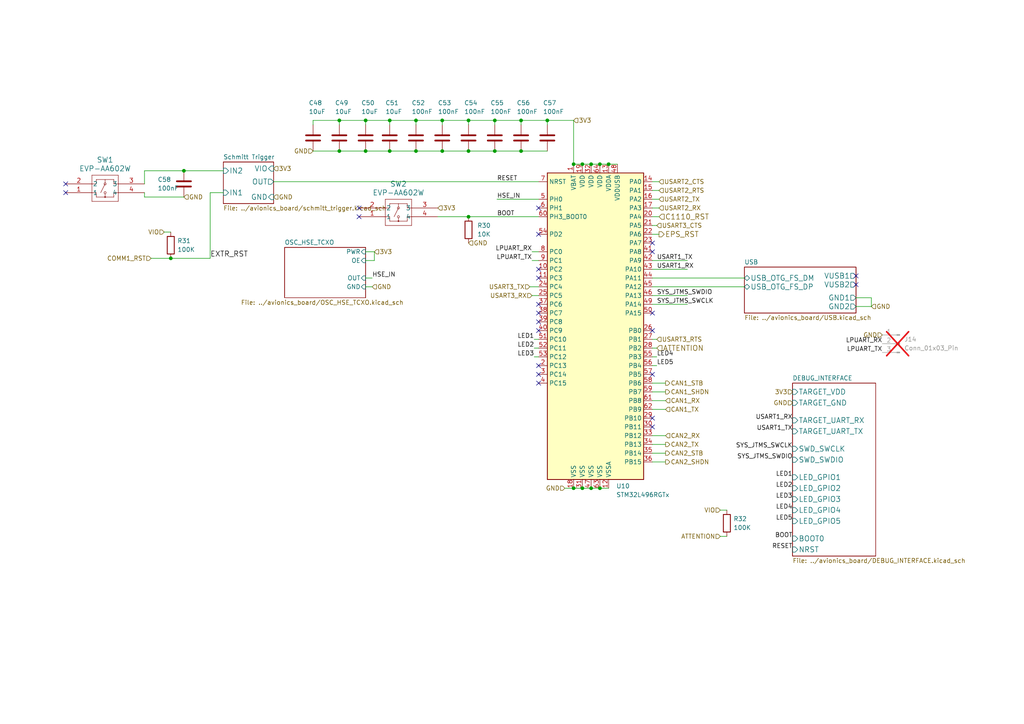
<source format=kicad_sch>
(kicad_sch (version 20231120) (generator "eeschema") (generator_version "8.0")
  (paper "A4")
  (lib_symbols
    (symbol "Common:EVP-AA602W" (pin_names (offset 0.254))
      (property "Reference" "SW" (at 11.43 7.62 0))
      (property "Value" "EVP-AA602W" (at 10.16 5.08 0))
      (symbol "EVP-AA602W_0_1"
        (polyline (pts (xy 7.62 -5.08) (xy 15.24 -5.08)) (stroke (width 0.127)))
        (polyline (pts (xy 7.62 -2.54) (xy 8.89 -2.54)) (stroke (width 0.127)))
        (polyline (pts (xy 7.62 0) (xy 8.89 0)) (stroke (width 0.127)))
        (polyline (pts (xy 7.62 2.54) (xy 7.62 -5.08)) (stroke (width 0.127)))
        (polyline (pts (xy 8.89 -3.81) (xy 13.97 -3.81)) (stroke (width 0.127)))
        (polyline (pts (xy 8.89 -2.54) (xy 8.89 -3.81)) (stroke (width 0.127)))
        (polyline (pts (xy 8.89 1.27) (xy 8.89 0)) (stroke (width 0.127)))
        (polyline (pts (xy 11.43 -3.81) (xy 11.43 -2.8575)) (stroke (width 0.127)))
        (polyline (pts (xy 11.43 -2.54) (xy 10.16 0)) (stroke (width 0.127)))
        (polyline (pts (xy 11.43 0.3175) (xy 11.43 1.27)) (stroke (width 0.127)))
        (polyline (pts (xy 13.97 -3.81) (xy 13.97 -2.54)) (stroke (width 0.127)))
        (polyline (pts (xy 13.97 -2.54) (xy 15.24 -2.54)) (stroke (width 0.127)))
        (polyline (pts (xy 13.97 0) (xy 13.97 1.27)) (stroke (width 0.127)))
        (polyline (pts (xy 13.97 0) (xy 15.24 0)) (stroke (width 0.127)))
        (polyline (pts (xy 13.97 1.27) (xy 8.89 1.27)) (stroke (width 0.127)))
        (polyline (pts (xy 15.24 -5.08) (xy 15.24 2.54)) (stroke (width 0.127)))
        (polyline (pts (xy 15.24 2.54) (xy 7.62 2.54)) (stroke (width 0.127)))
        (circle (center 11.43 -2.54) (radius 0.3048) (stroke (width 0.127)))
        (circle (center 11.43 0) (radius 0.3048) (stroke (width 0.127)))
        (circle (center 11.43 1.27) (radius 0.127) (stroke (width 0.2032)))
      )
      (symbol "EVP-AA602W_1_1"
        (pin passive line (at 0 0 0) (length 7.62) (name "1") (number "1"))
        (pin passive line (at 0 -2.54 0) (length 7.62) (name "2") (number "2"))
        (pin passive line (at 22.86 -2.54 180) (length 7.62) (name "3") (number "3"))
        (pin passive line (at 22.86 0 180) (length 7.62) (name "4") (number "4"))
      )
    )
    (symbol "Common:STM32L496RGTx"
      (property "Reference" "U" (at -12.7 46.99 0))
      (property "Value" "STM32L496RGTx" (at 10.16 46.99 0))
      (symbol "STM32L496RGTx_0_1"
        (rectangle (start -12.7 45.72) (end 15.24 -43.18) (stroke (width 0.254)) (fill (type background)))
      )
      (symbol "STM32L496RGTx_1_1"
        (pin power_in line (at -5.08 48.26 270) (length 2.54) (name "VBAT") (number "1"))
        (pin bidirectional line (at -15.24 17.78 0) (length 2.54) (name "PC2") (number "10"))
        (pin bidirectional line (at -15.24 15.24 0) (length 2.54) (name "PC3") (number "11"))
        (pin power_in line (at 5.08 -45.72 90) (length 2.54) (name "VSSA") (number "12"))
        (pin power_in line (at 5.08 48.26 270) (length 2.54) (name "VDDA") (number "13"))
        (pin bidirectional line (at 17.78 43.18 180) (length 2.54) (name "PA0") (number "14"))
        (pin bidirectional line (at 17.78 40.64 180) (length 2.54) (name "PA1") (number "15"))
        (pin bidirectional line (at 17.78 38.1 180) (length 2.54) (name "PA2") (number "16"))
        (pin bidirectional line (at 17.78 35.56 180) (length 2.54) (name "PA3") (number "17"))
        (pin power_in line (at -5.08 -45.72 90) (length 2.54) (name "VSS") (number "18"))
        (pin power_in line (at -2.54 48.26 270) (length 2.54) (name "VDD") (number "19"))
        (pin bidirectional line (at -15.24 -10.16 0) (length 2.54) (name "PC13") (number "2"))
        (pin bidirectional line (at 17.78 33.02 180) (length 2.54) (name "PA4") (number "20"))
        (pin bidirectional line (at 17.78 30.48 180) (length 2.54) (name "PA5") (number "21"))
        (pin bidirectional line (at 17.78 27.94 180) (length 2.54) (name "PA6") (number "22"))
        (pin bidirectional line (at 17.78 25.4 180) (length 2.54) (name "PA7") (number "23"))
        (pin bidirectional line (at -15.24 12.7 0) (length 2.54) (name "PC4") (number "24"))
        (pin bidirectional line (at -15.24 10.16 0) (length 2.54) (name "PC5") (number "25"))
        (pin bidirectional line (at 17.78 0 180) (length 2.54) (name "PB0") (number "26"))
        (pin bidirectional line (at 17.78 -2.54 180) (length 2.54) (name "PB1") (number "27"))
        (pin bidirectional line (at 17.78 -5.08 180) (length 2.54) (name "PB2") (number "28"))
        (pin bidirectional line (at 17.78 -25.4 180) (length 2.54) (name "PB10") (number "29"))
        (pin bidirectional line (at -15.24 -12.7 0) (length 2.54) (name "PC14") (number "3"))
        (pin bidirectional line (at 17.78 -27.94 180) (length 2.54) (name "PB11") (number "30"))
        (pin power_in line (at -2.54 -45.72 90) (length 2.54) (name "VSS") (number "31"))
        (pin passive line (at 0 -45.72 90) (length 2.54) hide (name "VSS") (number "31"))
        (pin power_in line (at 0 48.26 270) (length 2.54) (name "VDD") (number "32"))
        (pin bidirectional line (at 17.78 -30.48 180) (length 2.54) (name "PB12") (number "33"))
        (pin bidirectional line (at 17.78 -33.02 180) (length 2.54) (name "PB13") (number "34"))
        (pin bidirectional line (at 17.78 -35.56 180) (length 2.54) (name "PB14") (number "35"))
        (pin bidirectional line (at 17.78 -38.1 180) (length 2.54) (name "PB15") (number "36"))
        (pin bidirectional line (at -15.24 7.62 0) (length 2.54) (name "PC6") (number "37"))
        (pin bidirectional line (at -15.24 5.08 0) (length 2.54) (name "PC7") (number "38"))
        (pin bidirectional line (at -15.24 2.54 0) (length 2.54) (name "PC8") (number "39"))
        (pin bidirectional line (at -15.24 -15.24 0) (length 2.54) (name "PC15") (number "4"))
        (pin bidirectional line (at -15.24 0 0) (length 2.54) (name "PC9") (number "40"))
        (pin bidirectional line (at 17.78 22.86 180) (length 2.54) (name "PA8") (number "41"))
        (pin bidirectional line (at 17.78 20.32 180) (length 2.54) (name "PA9") (number "42"))
        (pin bidirectional line (at 17.78 17.78 180) (length 2.54) (name "PA10") (number "43"))
        (pin bidirectional line (at 17.78 15.24 180) (length 2.54) (name "PA11") (number "44"))
        (pin bidirectional line (at 17.78 12.7 180) (length 2.54) (name "PA12") (number "45"))
        (pin bidirectional line (at 17.78 10.16 180) (length 2.54) (name "PA13") (number "46"))
        (pin passive line (at 0 -45.72 90) (length 2.54) hide (name "VSS") (number "47"))
        (pin power_in line (at 0 -45.72 90) (length 2.54) (name "VSS") (number "47"))
        (pin power_in line (at 7.62 48.26 270) (length 2.54) (name "VDDUSB") (number "48"))
        (pin bidirectional line (at 17.78 7.62 180) (length 2.54) (name "PA14") (number "49"))
        (pin bidirectional line (at -15.24 38.1 0) (length 2.54) (name "PH0") (number "5"))
        (pin bidirectional line (at 17.78 5.08 180) (length 2.54) (name "PA15") (number "50"))
        (pin bidirectional line (at -15.24 -2.54 0) (length 2.54) (name "PC10") (number "51"))
        (pin bidirectional line (at -15.24 -5.08 0) (length 2.54) (name "PC11") (number "52"))
        (pin bidirectional line (at -15.24 -7.62 0) (length 2.54) (name "PC12") (number "53"))
        (pin bidirectional line (at -15.24 27.94 0) (length 2.54) (name "PD2") (number "54"))
        (pin bidirectional line (at 17.78 -7.62 180) (length 2.54) (name "PB3") (number "55"))
        (pin bidirectional line (at 17.78 -10.16 180) (length 2.54) (name "PB4") (number "56"))
        (pin bidirectional line (at 17.78 -12.7 180) (length 2.54) (name "PB5") (number "57"))
        (pin bidirectional line (at 17.78 -15.24 180) (length 2.54) (name "PB6") (number "58"))
        (pin bidirectional line (at 17.78 -17.78 180) (length 2.54) (name "PB7") (number "59"))
        (pin bidirectional line (at -15.24 35.56 0) (length 2.54) (name "PH1") (number "6"))
        (pin bidirectional line (at -15.24 33.02 0) (length 2.54) (name "PH3_BOOT0") (number "60"))
        (pin bidirectional line (at 17.78 -20.32 180) (length 2.54) (name "PB8") (number "61"))
        (pin bidirectional line (at 17.78 -22.86 180) (length 2.54) (name "PB9") (number "62"))
        (pin passive line (at 0 -45.72 90) (length 2.54) hide (name "VSS") (number "63"))
        (pin power_in line (at 2.54 -45.72 90) (length 2.54) (name "VSS") (number "63"))
        (pin power_in line (at 2.54 48.26 270) (length 2.54) (name "VDD") (number "64"))
        (pin input line (at -15.24 43.18 0) (length 2.54) (name "NRST") (number "7"))
        (pin bidirectional line (at -15.24 22.86 0) (length 2.54) (name "PC0") (number "8"))
        (pin bidirectional line (at -15.24 20.32 0) (length 2.54) (name "PC1") (number "9"))
      )
    )
    (symbol "Connector:Conn_01x03_Pin" (pin_names (offset 1.016) hide)
      (property "Reference" "J" (at 0 5.08 0))
      (property "Value" "Conn_01x03_Pin" (at 0 -5.08 0))
      (symbol "Conn_01x03_Pin_1_1"
        (polyline (pts (xy 1.27 -2.54) (xy 0.8636 -2.54)) (stroke (width 0.1524)))
        (polyline (pts (xy 1.27 0) (xy 0.8636 0)) (stroke (width 0.1524)))
        (polyline (pts (xy 1.27 2.54) (xy 0.8636 2.54)) (stroke (width 0.1524)))
        (rectangle (start 0.8636 -2.413) (end 0 -2.667) (stroke (width 0.1524)) (fill (type outline)))
        (rectangle (start 0.8636 0.127) (end 0 -0.127) (stroke (width 0.1524)) (fill (type outline)))
        (rectangle (start 0.8636 2.667) (end 0 2.413) (stroke (width 0.1524)) (fill (type outline)))
        (pin passive line (at 5.08 2.54 180) (length 3.81) (name "Pin_1") (number "1"))
        (pin passive line (at 5.08 0 180) (length 3.81) (name "Pin_2") (number "2"))
        (pin passive line (at 5.08 -2.54 180) (length 3.81) (name "Pin_3") (number "3"))
      )
    )
    (symbol "Device:C" (pin_numbers hide) (pin_names (offset 0.254))
      (property "Reference" "C" (at 0.635 2.54 0))
      (property "Value" "C" (at 0.635 -2.54 0))
      (symbol "C_0_1"
        (polyline (pts (xy -2.032 -0.762) (xy 2.032 -0.762)) (stroke (width 0.508)))
        (polyline (pts (xy -2.032 0.762) (xy 2.032 0.762)) (stroke (width 0.508)))
      )
      (symbol "C_1_1"
        (pin passive line (at 0 3.81 270) (length 2.794) (name "~") (number "1"))
        (pin passive line (at 0 -3.81 90) (length 2.794) (name "~") (number "2"))
      )
    )
    (symbol "Device:R" (pin_numbers hide) (pin_names (offset 0))
      (property "Reference" "R" (at 2.032 0 90))
      (property "Value" "R" (at 0 0 90))
      (symbol "R_0_1"
        (rectangle (start -1.016 -2.54) (end 1.016 2.54) (stroke (width 0.254)))
      )
      (symbol "R_1_1"
        (pin passive line (at 0 3.81 270) (length 1.27) (name "~") (number "1"))
        (pin passive line (at 0 -3.81 90) (length 1.27) (name "~") (number "2"))
      )
    )
  )
  (junction (at 128.27 34.925))
  (junction (at 135.89 43.815))
  (junction (at 106.045 34.925))
  (junction (at 53.34 49.53))
  (junction (at 173.99 141.605))
  (junction (at 98.425 34.925))
  (junction (at 158.75 34.925))
  (junction (at 98.425 43.815))
  (junction (at 113.03 43.815))
  (junction (at 171.45 141.605))
  (junction (at 166.37 141.605))
  (junction (at 176.53 47.625))
  (junction (at 168.91 141.605))
  (junction (at 151.13 43.815))
  (junction (at 128.27 43.815))
  (junction (at 151.13 34.925))
  (junction (at 171.45 47.625))
  (junction (at 120.65 34.925))
  (junction (at 166.37 47.625))
  (junction (at 143.51 43.815))
  (junction (at 168.91 47.625))
  (junction (at 113.03 34.925))
  (junction (at 135.89 62.865))
  (junction (at 120.65 43.815))
  (junction (at 135.89 34.925))
  (junction (at 106.045 43.815))
  (junction (at 143.51 34.925))
  (junction (at 49.53 74.93))
  (junction (at 173.99 47.625))
  (no_connect (at 19.05 55.88))
  (no_connect (at 156.21 93.345))
  (no_connect (at 156.21 67.945))
  (no_connect (at 156.21 78.105))
  (no_connect (at 189.23 121.285))
  (no_connect (at 156.21 95.885))
  (no_connect (at 156.21 88.265))
  (no_connect (at 189.23 70.485))
  (no_connect (at 104.14 60.325))
  (no_connect (at 104.14 62.865))
  (no_connect (at 156.21 80.645))
  (no_connect (at 156.21 60.325))
  (no_connect (at 156.21 106.045))
  (no_connect (at 248.285 82.55))
  (no_connect (at 19.05 53.34))
  (no_connect (at 248.285 80.01))
  (no_connect (at 189.23 123.825))
  (no_connect (at 189.23 90.805))
  (no_connect (at 156.21 90.805))
  (no_connect (at 189.23 108.585))
  (no_connect (at 156.21 108.585))
  (no_connect (at 156.21 111.125))
  (no_connect (at 189.23 73.025))
  (no_connect (at 189.23 95.885))
  (wire (pts (xy 113.03 34.925) (xy 106.045 34.925)))
  (wire (pts (xy 163.83 141.605) (xy 166.37 141.605)))
  (wire (pts (xy 248.285 86.36) (xy 252.73 86.36)))
  (wire (pts (xy 135.89 34.925) (xy 143.51 34.925)))
  (wire (pts (xy 98.425 34.925) (xy 90.805 34.925)))
  (wire (pts (xy 41.91 55.88) (xy 41.91 57.15)))
  (wire (pts (xy 193.04 116.205) (xy 189.23 116.205)))
  (wire (pts (xy 190.5 106.045) (xy 189.23 106.045)))
  (wire (pts (xy 49.53 74.93) (xy 60.96 74.93)))
  (wire (pts (xy 154.305 75.565) (xy 156.21 75.565)))
  (wire (pts (xy 154.94 98.425) (xy 156.21 98.425)))
  (wire (pts (xy 120.65 43.815) (xy 128.27 43.815)))
  (wire (pts (xy 107.95 80.645) (xy 106.045 80.645)))
  (wire (pts (xy 190.5 100.965) (xy 189.23 100.965)))
  (wire (pts (xy 189.23 57.785) (xy 191.135 57.785)))
  (wire (pts (xy 252.73 86.36) (xy 252.73 88.9)))
  (wire (pts (xy 120.65 34.925) (xy 120.65 36.195)))
  (wire (pts (xy 135.89 34.925) (xy 135.89 36.195)))
  (wire (pts (xy 189.23 78.105) (xy 199.39 78.105)))
  (wire (pts (xy 106.045 73.025) (xy 108.585 73.025)))
  (wire (pts (xy 151.13 34.925) (xy 158.75 34.925)))
  (wire (pts (xy 113.03 36.195) (xy 113.03 34.925)))
  (wire (pts (xy 135.89 43.815) (xy 143.51 43.815)))
  (wire (pts (xy 106.045 43.815) (xy 113.03 43.815)))
  (wire (pts (xy 60.96 55.88) (xy 60.96 74.93)))
  (wire (pts (xy 60.96 55.88) (xy 64.77 55.88)))
  (wire (pts (xy 107.95 83.185) (xy 106.045 83.185)))
  (wire (pts (xy 98.425 34.925) (xy 98.425 36.195)))
  (wire (pts (xy 193.04 111.125) (xy 189.23 111.125)))
  (wire (pts (xy 154.94 100.965) (xy 156.21 100.965)))
  (wire (pts (xy 128.27 43.815) (xy 135.89 43.815)))
  (wire (pts (xy 43.815 74.93) (xy 49.53 74.93)))
  (wire (pts (xy 252.73 88.9) (xy 248.285 88.9)))
  (wire (pts (xy 191.135 67.945) (xy 189.23 67.945)))
  (wire (pts (xy 143.51 34.925) (xy 143.51 36.195)))
  (wire (pts (xy 128.27 34.925) (xy 135.89 34.925)))
  (wire (pts (xy 158.75 34.925) (xy 166.37 34.925)))
  (wire (pts (xy 193.04 131.445) (xy 189.23 131.445)))
  (wire (pts (xy 176.53 47.625) (xy 179.07 47.625)))
  (wire (pts (xy 189.23 83.185) (xy 215.9 83.185)))
  (wire (pts (xy 171.45 47.625) (xy 173.99 47.625)))
  (wire (pts (xy 151.13 43.815) (xy 158.75 43.815)))
  (wire (pts (xy 144.145 57.785) (xy 156.21 57.785)))
  (wire (pts (xy 79.375 52.705) (xy 156.21 52.705)))
  (wire (pts (xy 154.305 73.025) (xy 156.21 73.025)))
  (wire (pts (xy 154.305 85.725) (xy 156.21 85.725)))
  (wire (pts (xy 143.51 34.925) (xy 151.13 34.925)))
  (wire (pts (xy 193.04 126.365) (xy 189.23 126.365)))
  (wire (pts (xy 193.04 118.745) (xy 189.23 118.745)))
  (wire (pts (xy 190.5 103.505) (xy 189.23 103.505)))
  (wire (pts (xy 120.65 34.925) (xy 128.27 34.925)))
  (wire (pts (xy 189.23 85.725) (xy 199.39 85.725)))
  (wire (pts (xy 41.91 49.53) (xy 41.91 53.34)))
  (wire (pts (xy 154.94 103.505) (xy 156.21 103.505)))
  (wire (pts (xy 158.75 36.195) (xy 158.75 34.925)))
  (wire (pts (xy 166.37 47.625) (xy 168.91 47.625)))
  (wire (pts (xy 189.23 88.265) (xy 199.39 88.265)))
  (wire (pts (xy 189.23 75.565) (xy 199.39 75.565)))
  (wire (pts (xy 47.625 67.31) (xy 49.53 67.31)))
  (wire (pts (xy 193.04 128.905) (xy 189.23 128.905)))
  (wire (pts (xy 168.91 47.625) (xy 171.45 47.625)))
  (wire (pts (xy 189.23 52.705) (xy 191.135 52.705)))
  (wire (pts (xy 108.585 73.025) (xy 108.585 75.565)))
  (wire (pts (xy 113.03 43.815) (xy 120.65 43.815)))
  (wire (pts (xy 208.915 155.575) (xy 210.82 155.575)))
  (wire (pts (xy 208.915 147.955) (xy 210.82 147.955)))
  (wire (pts (xy 190.5 98.425) (xy 189.23 98.425)))
  (wire (pts (xy 189.23 55.245) (xy 191.135 55.245)))
  (wire (pts (xy 189.23 80.645) (xy 215.9 80.645)))
  (wire (pts (xy 190.5 65.405) (xy 189.23 65.405)))
  (wire (pts (xy 193.04 113.665) (xy 189.23 113.665)))
  (wire (pts (xy 90.805 34.925) (xy 90.805 36.195)))
  (wire (pts (xy 128.27 34.925) (xy 128.27 36.195)))
  (wire (pts (xy 41.91 49.53) (xy 53.34 49.53)))
  (wire (pts (xy 166.37 141.605) (xy 168.91 141.605)))
  (wire (pts (xy 143.51 43.815) (xy 151.13 43.815)))
  (wire (pts (xy 53.34 49.53) (xy 64.77 49.53)))
  (wire (pts (xy 171.45 141.605) (xy 173.99 141.605)))
  (wire (pts (xy 113.03 34.925) (xy 120.65 34.925)))
  (wire (pts (xy 173.99 141.605) (xy 176.53 141.605)))
  (wire (pts (xy 153.67 83.185) (xy 156.21 83.185)))
  (wire (pts (xy 191.135 62.865) (xy 189.23 62.865)))
  (wire (pts (xy 41.91 57.15) (xy 53.34 57.15)))
  (wire (pts (xy 168.91 141.605) (xy 171.45 141.605)))
  (wire (pts (xy 151.13 34.925) (xy 151.13 36.195)))
  (wire (pts (xy 90.805 43.815) (xy 98.425 43.815)))
  (wire (pts (xy 127 62.865) (xy 135.89 62.865)))
  (wire (pts (xy 108.585 75.565) (xy 106.045 75.565)))
  (wire (pts (xy 193.04 133.985) (xy 189.23 133.985)))
  (wire (pts (xy 135.89 62.865) (xy 156.21 62.865)))
  (wire (pts (xy 189.23 60.325) (xy 191.135 60.325)))
  (wire (pts (xy 106.045 34.925) (xy 98.425 34.925)))
  (wire (pts (xy 98.425 43.815) (xy 106.045 43.815)))
  (wire (pts (xy 106.045 34.925) (xy 106.045 36.195)))
  (wire (pts (xy 173.99 47.625) (xy 176.53 47.625)))
  (wire (pts (xy 166.37 34.925) (xy 166.37 47.625)))
  (label "USART1_TX" (at 190.5 75.565 0))
  (label "BOOT" (at 144.145 62.865 0))
  (label "HSE_IN" (at 107.95 80.645 0))
  (label "RESET" (at 144.145 52.705 0))
  (label "SYS_JTMS_SWCLK" (at 229.87 130.175 180))
  (label "LED1" (at 229.87 138.43 180))
  (label "LED1" (at 154.94 98.425 180))
  (label "SYS_JTMS_SWDIO" (at 190.5 85.725 0))
  (label "LED2" (at 154.94 100.965 180))
  (label "USART1_RX" (at 229.87 121.92 180))
  (label "LPUART_TX" (at 154.305 75.565 180))
  (label "LPUART_RX" (at 154.305 73.025 180))
  (label "LED5" (at 229.87 151.13 180))
  (label "SYS_JTMS_SWCLK" (at 190.5 88.265 0))
  (label "LED4" (at 229.87 147.955 180))
  (label "LED3" (at 229.87 144.78 180))
  (label "LED3" (at 154.94 103.505 180))
  (label "LPUART_RX" (at 255.905 99.695 180))
  (label "LED2" (at 229.87 141.605 180))
  (label "USART1_TX" (at 229.87 125.095 180))
  (label "USART1_RX" (at 190.5 78.105 0))
  (label "SYS_JTMS_SWDIO" (at 229.87 133.35 180))
  (label "LED4" (at 190.5 103.505 0))
  (label "BOOT" (at 229.87 156.21 180))
  (label "RESET" (at 229.87 159.385 180))
  (label "EXTR_RST" (at 60.96 74.93 0) (effects (font (size 1.524 1.524))))
  (label "LED5" (at 190.5 106.045 0))
  (label "LPUART_TX" (at 255.905 102.235 180))
  (label "HSE_IN" (at 144.145 57.785 0))
  (hierarchical_label "3V3" (shape input) (at 166.37 34.925 0))
  (hierarchical_label "EPS_RST" (shape output) (at 191.135 67.945 0) (effects (font (size 1.524 1.524))))
  (hierarchical_label "CAN2_RX" (shape input) (at 193.04 126.365 0))
  (hierarchical_label "CAN1_RX" (shape input) (at 193.04 116.205 0))
  (hierarchical_label "USART2_CTS" (shape input) (at 191.135 52.705 0))
  (hierarchical_label "VIO" (shape input) (at 208.915 147.955 180))
  (hierarchical_label "3V3" (shape input) (at 108.585 73.025 0))
  (hierarchical_label "USART3_RTS" (shape input) (at 190.5 98.425 0))
  (hierarchical_label "GND" (shape input) (at 255.905 97.155 180))
  (hierarchical_label "GND" (shape input) (at 252.73 88.9 0))
  (hierarchical_label "USART3_CTS" (shape input) (at 190.5 65.405 0))
  (hierarchical_label "COMM1_RST" (shape input) (at 43.815 74.93 180))
  (hierarchical_label "3V3" (shape input) (at 127 60.325 0))
  (hierarchical_label "ATTENTION" (shape input) (at 190.5 100.965 0) (effects (font (size 1.524 1.524))))
  (hierarchical_label "CAN1_SHDN" (shape output) (at 193.04 113.665 0))
  (hierarchical_label "USART3_TX" (shape input) (at 153.67 83.185 180))
  (hierarchical_label "CAN2_STB" (shape output) (at 193.04 131.445 0))
  (hierarchical_label "GND" (shape input) (at 135.89 70.485 0))
  (hierarchical_label "GND" (shape input) (at 53.34 57.15 0))
  (hierarchical_label "GND" (shape input) (at 90.805 43.815 180))
  (hierarchical_label "3V3" (shape input) (at 79.375 48.895 0))
  (hierarchical_label "USART2_RTS" (shape input) (at 191.135 55.245 0))
  (hierarchical_label "GND" (shape input) (at 163.83 141.605 180))
  (hierarchical_label "ATTENTION" (shape input) (at 208.915 155.575 180))
  (hierarchical_label "CAN2_TX" (shape output) (at 193.04 128.905 0))
  (hierarchical_label "GND" (shape input) (at 79.375 57.15 0))
  (hierarchical_label "CAN2_SHDN" (shape output) (at 193.04 133.985 0))
  (hierarchical_label "CAN1_TX" (shape input) (at 193.04 118.745 0))
  (hierarchical_label "3V3" (shape input) (at 229.87 113.665 180))
  (hierarchical_label "USART3_RX" (shape input) (at 154.305 85.725 180))
  (hierarchical_label "USART2_RX" (shape input) (at 191.135 60.325 0))
  (hierarchical_label "USART2_TX" (shape input) (at 191.135 57.785 0))
  (hierarchical_label "CAN1_STB" (shape output) (at 193.04 111.125 0))
  (hierarchical_label "VIO" (shape input) (at 47.625 67.31 180))
  (hierarchical_label "GND" (shape input) (at 229.87 116.84 180))
  (hierarchical_label "C1110_RST" (shape input) (at 191.135 62.865 0) (effects (font (size 1.524 1.524))))
  (hierarchical_label "GND" (shape input) (at 107.95 83.185 0))
  (symbol (lib_id "Device:C") (at 158.75 40.005 0) (unit 1)
    (property "Reference" "C57" (at 157.48 29.845 0) (effects (justify left)))
    (property "Value" "100nF" (at 157.48 32.385 0) (effects (justify left)))
    (property "Footprint" "Capacitor_SMD:C_0402_1005Metric_Pad0.74x0.62mm_HandSolder" (effects (hide yes)))
    (property "Datasheet" "https://search.murata.co.jp/Ceramy/image/img/A01X/G101/ENG/GRM155R61E104KA87-01.pdf" (effects (hide yes)))
    (property "Voltage" "25" (effects (hide yes)))
    (property "Part Number" "GRM155R61E104KA87D" (effects (hide yes)))
    (property "Tolerance" "10" (effects (hide yes)))
    (property "Manufacturer" "Murata" (effects (hide yes)))
  )
  (symbol (lib_id "Device:C") (at 151.13 40.005 0) (unit 1)
    (property "Reference" "C56" (at 149.86 29.845 0) (effects (justify left)))
    (property "Value" "100nF" (at 149.86 32.385 0) (effects (justify left)))
    (property "Footprint" "Capacitor_SMD:C_0402_1005Metric_Pad0.74x0.62mm_HandSolder" (effects (hide yes)))
    (property "Datasheet" "https://search.murata.co.jp/Ceramy/image/img/A01X/G101/ENG/GRM155R61E104KA87-01.pdf" (effects (hide yes)))
    (property "Voltage" "25" (effects (hide yes)))
    (property "Part Number" "GRM155R61E104KA87D" (effects (hide yes)))
    (property "Tolerance" "10" (effects (hide yes)))
    (property "Manufacturer" "Murata" (effects (hide yes)))
  )
  (symbol (lib_id "Device:C") (at 135.89 40.005 0) (unit 1)
    (property "Reference" "C54" (at 134.62 29.845 0) (effects (justify left)))
    (property "Value" "100nF" (at 134.62 32.385 0) (effects (justify left)))
    (property "Footprint" "Capacitor_SMD:C_0402_1005Metric_Pad0.74x0.62mm_HandSolder" (effects (hide yes)))
    (property "Datasheet" "https://search.murata.co.jp/Ceramy/image/img/A01X/G101/ENG/GRM155R61E104KA87-01.pdf" (effects (hide yes)))
    (property "Voltage" "25" (effects (hide yes)))
    (property "Part Number" "GRM155R61E104KA87D" (effects (hide yes)))
    (property "Tolerance" "10" (effects (hide yes)))
    (property "Manufacturer" "Murata" (effects (hide yes)))
  )
  (symbol (lib_id "Device:R") (at 49.53 71.12 0) (unit 1)
    (property "Reference" "R31" (at 51.435 69.8499 0) (effects (justify left)))
    (property "Value" "100K" (at 51.435 72.3899 0) (effects (justify left)))
    (property "Footprint" "Resistor_SMD:R_0402_1005Metric_Pad0.72x0.64mm_HandSolder" (effects (hide yes)))
    (property "Datasheet" "https://www.yageo.com/upload/media/product/products/datasheet/rchip/PYu-RC_Group_51_RoHS_L_12.pdf" (effects (hide yes)))
    (property "Description" "Resistor" (effects (hide yes)))
    (property "Manufacturer" "YAGEO" (effects (hide yes)))
    (property "Part Number" "RC0402FR-07100KL" (effects (hide yes)))
    (property "Tolerance" "1" (effects (hide yes)))
  )
  (symbol (lib_id "Device:C") (at 113.03 40.005 0) (unit 1)
    (property "Reference" "C51" (at 111.76 29.845 0) (effects (justify left)))
    (property "Value" "10uF" (at 111.76 32.385 0) (effects (justify left)))
    (property "Footprint" "Capacitor_SMD:C_0603_1608Metric_Pad1.08x0.95mm_HandSolder" (effects (hide yes)))
    (property "Datasheet" "https://search.murata.co.jp/Ceramy/image/img/A01X/G101/ENG/GRM188R61E106KA73-01.pdf" (effects (hide yes)))
    (property "Voltage" "25" (effects (hide yes)))
    (property "Part Number" "GRM188R61E106KA73D" (effects (hide yes)))
    (property "Tolerance" "10" (effects (hide yes)))
    (property "Manufacturer" "Murata" (effects (hide yes)))
  )
  (symbol (lib_id "Device:C") (at 53.34 53.34 0) (unit 1)
    (property "Reference" "C58" (at 45.72 52.07 0) (effects (justify left)))
    (property "Value" "100nF" (at 45.72 54.61 0) (effects (justify left)))
    (property "Footprint" "Capacitor_SMD:C_0402_1005Metric_Pad0.74x0.62mm_HandSolder" (effects (hide yes)))
    (property "Datasheet" "https://search.murata.co.jp/Ceramy/image/img/A01X/G101/ENG/GRM155R61E104KA87-01.pdf" (effects (hide yes)))
    (property "Voltage" "25" (effects (hide yes)))
    (property "Part Number" "GRM155R61E104KA87D" (effects (hide yes)))
    (property "Tolerance" "10" (effects (hide yes)))
    (property "Manufacturer" "Murata" (effects (hide yes)))
  )
  (symbol (lib_id "Device:C") (at 120.65 40.005 0) (unit 1)
    (property "Reference" "C52" (at 119.38 29.845 0) (effects (justify left)))
    (property "Value" "100nF" (at 119.38 32.385 0) (effects (justify left)))
    (property "Footprint" "Capacitor_SMD:C_0402_1005Metric_Pad0.74x0.62mm_HandSolder" (effects (hide yes)))
    (property "Datasheet" "https://search.murata.co.jp/Ceramy/image/img/A01X/G101/ENG/GRM155R61E104KA87-01.pdf" (effects (hide yes)))
    (property "Voltage" "25" (effects (hide yes)))
    (property "Part Number" "GRM155R61E104KA87D" (effects (hide yes)))
    (property "Tolerance" "10" (effects (hide yes)))
    (property "Manufacturer" "Murata" (effects (hide yes)))
  )
  (symbol (lib_id "Device:R") (at 210.82 151.765 0) (unit 1)
    (property "Reference" "R32" (at 212.725 150.4949 0) (effects (justify left)))
    (property "Value" "100K" (at 212.725 153.0349 0) (effects (justify left)))
    (property "Footprint" "Resistor_SMD:R_0402_1005Metric_Pad0.72x0.64mm_HandSolder" (effects (hide yes)))
    (property "Datasheet" "https://www.yageo.com/upload/media/product/products/datasheet/rchip/PYu-RC_Group_51_RoHS_L_12.pdf" (effects (hide yes)))
    (property "Description" "Resistor" (effects (hide yes)))
    (property "Manufacturer" "YAGEO" (effects (hide yes)))
    (property "Part Number" "RC0402FR-07100KL" (effects (hide yes)))
    (property "Tolerance" "1" (effects (hide yes)))
  )
  (symbol (lib_id "Device:R") (at 135.89 66.675 0) (unit 1)
    (property "Reference" "R30" (at 138.43 65.4049 0) (effects (justify left)))
    (property "Value" "10K" (at 138.43 67.9449 0) (effects (justify left)))
    (property "Footprint" "Resistor_SMD:R_0402_1005Metric_Pad0.72x0.64mm_HandSolder" (effects (hide yes)))
    (property "Datasheet" "https://www.yageo.com/upload/media/product/products/datasheet/rchip/PYu-RC_Group_51_RoHS_L_12.pdf" (effects (hide yes)))
    (property "Part Number" "RC0402FR-0710KL" (effects (hide yes)))
    (property "Tolerance" "1" (effects (hide yes)))
    (property "Manufacturer" "YAGEO" (effects (hide yes)))
  )
  (symbol (lib_id "Common:EVP-AA602W") (at 19.05 55.88 0) (mirror x) (unit 1)
    (property "Reference" "SW1" (at 30.48 46.355 0) (effects (font (size 1.524 1.524))))
    (property "Value" "EVP-AA602W" (at 30.48 48.895 0) (effects (font (size 1.524 1.524))))
    (property "Footprint" "Common:EVP602AA" (effects (hide yes)))
    (property "Datasheet" "https://www3.panasonic.biz/ac/cdn/e/control/switch/light-touch/catalog/sw_lt_eng_3529s.pdf" (effects (hide yes)))
    (property "Manufacturer" "Panasonic" (effects (hide yes)))
    (property "Part Number" "EVP-AA602W" (effects (hide yes)))
  )
  (symbol (lib_id "Common:STM32L496RGTx") (at 171.45 95.885 0) (unit 1)
    (property "Reference" "U10" (at 178.7241 140.97 0) (effects (justify left)))
    (property "Value" "STM32L496RGTx" (at 178.7241 143.51 0) (effects (justify left)))
    (property "Footprint" "Package_QFP:LQFP-64_10x10mm_P0.5mm" (effects (hide yes)))
    (property "Datasheet" "https://www.st.com/resource/en/datasheet/stm32l496rg.pdf" (effects (hide yes)))
    (property "Description" "STMicroelectronics Arm Cortex-M4 MCU, 1024KB flash, 320KB RAM, 80 MHz, 1.71-3.6V, 52 GPIO, LQFP64" (effects (hide yes)))
    (property "Manufacturer" "STM" (effects (hide yes)))
    (property "Part Number" "64 LQFP STM32L496RGT6TR" (effects (hide yes)))
  )
  (symbol (lib_id "Device:C") (at 90.805 40.005 0) (unit 1)
    (property "Reference" "C48" (at 89.535 29.845 0) (effects (justify left)))
    (property "Value" "10uF" (at 89.535 32.385 0) (effects (justify left)))
    (property "Footprint" "Capacitor_SMD:C_0603_1608Metric_Pad1.08x0.95mm_HandSolder" (effects (hide yes)))
    (property "Datasheet" "https://search.murata.co.jp/Ceramy/image/img/A01X/G101/ENG/GRM188R61E106KA73-01.pdf" (effects (hide yes)))
    (property "Voltage" "25" (effects (hide yes)))
    (property "Part Number" "GRM188R61E106KA73D" (effects (hide yes)))
    (property "Tolerance" "10" (effects (hide yes)))
    (property "Manufacturer" "Murata" (effects (hide yes)))
  )
  (symbol (lib_id "Device:C") (at 128.27 40.005 0) (unit 1)
    (property "Reference" "C53" (at 127 29.845 0) (effects (justify left)))
    (property "Value" "100nF" (at 127 32.385 0) (effects (justify left)))
    (property "Footprint" "Capacitor_SMD:C_0402_1005Metric_Pad0.74x0.62mm_HandSolder" (effects (hide yes)))
    (property "Datasheet" "https://search.murata.co.jp/Ceramy/image/img/A01X/G101/ENG/GRM155R61E104KA87-01.pdf" (effects (hide yes)))
    (property "Voltage" "25" (effects (hide yes)))
    (property "Part Number" "GRM155R61E104KA87D" (effects (hide yes)))
    (property "Tolerance" "10" (effects (hide yes)))
    (property "Manufacturer" "Murata" (effects (hide yes)))
  )
  (symbol (lib_id "Connector:Conn_01x03_Pin") (at 260.985 99.695 0) (mirror y) (unit 1) (dnp yes)
    (property "Reference" "J14" (at 262.255 98.4249 0) (effects (justify right)))
    (property "Value" "Conn_01x03_Pin" (at 262.255 100.9649 0) (effects (justify right)))
    (property "Footprint" "Connector_PinHeader_2.54mm:PinHeader_1x03_P2.54mm_Vertical" (effects (hide yes)))
    (property "Description" "Generic connector, single row, 01x03, script generated" (effects (hide yes)))
  )
  (symbol (lib_id "Device:C") (at 143.51 40.005 0) (unit 1)
    (property "Reference" "C55" (at 142.24 29.845 0) (effects (justify left)))
    (property "Value" "100nF" (at 142.24 32.385 0) (effects (justify left)))
    (property "Footprint" "Capacitor_SMD:C_0402_1005Metric_Pad0.74x0.62mm_HandSolder" (effects (hide yes)))
    (property "Datasheet" "https://search.murata.co.jp/Ceramy/image/img/A01X/G101/ENG/GRM155R61E104KA87-01.pdf" (effects (hide yes)))
    (property "Voltage" "25" (effects (hide yes)))
    (property "Part Number" "GRM155R61E104KA87D" (effects (hide yes)))
    (property "Tolerance" "10" (effects (hide yes)))
    (property "Manufacturer" "Murata" (effects (hide yes)))
  )
  (symbol (lib_id "Device:C") (at 98.425 40.005 0) (unit 1)
    (property "Reference" "C49" (at 97.155 29.845 0) (effects (justify left)))
    (property "Value" "10uF" (at 97.155 32.385 0) (effects (justify left)))
    (property "Footprint" "Capacitor_SMD:C_0603_1608Metric_Pad1.08x0.95mm_HandSolder" (effects (hide yes)))
    (property "Datasheet" "https://search.murata.co.jp/Ceramy/image/img/A01X/G101/ENG/GRM188R61E106KA73-01.pdf" (effects (hide yes)))
    (property "Voltage" "25" (effects (hide yes)))
    (property "Part Number" "GRM188R61E106KA73D" (effects (hide yes)))
    (property "Tolerance" "10" (effects (hide yes)))
    (property "Manufacturer" "Murata" (effects (hide yes)))
  )
  (symbol (lib_id "Device:C") (at 106.045 40.005 0) (unit 1)
    (property "Reference" "C50" (at 104.775 29.845 0) (effects (justify left)))
    (property "Value" "10uF" (at 104.775 32.385 0) (effects (justify left)))
    (property "Footprint" "Capacitor_SMD:C_0603_1608Metric_Pad1.08x0.95mm_HandSolder" (effects (hide yes)))
    (property "Datasheet" "https://search.murata.co.jp/Ceramy/image/img/A01X/G101/ENG/GRM188R61E106KA73-01.pdf" (effects (hide yes)))
    (property "Voltage" "25" (effects (hide yes)))
    (property "Part Number" "GRM188R61E106KA73D" (effects (hide yes)))
    (property "Tolerance" "10" (effects (hide yes)))
    (property "Manufacturer" "Murata" (effects (hide yes)))
  )
  (symbol (lib_id "Common:EVP-AA602W") (at 104.14 62.865 0) (mirror x) (unit 1)
    (property "Reference" "SW2" (at 115.57 53.34 0) (effects (font (size 1.524 1.524))))
    (property "Value" "EVP-AA602W" (at 115.57 55.88 0) (effects (font (size 1.524 1.524))))
    (property "Footprint" "Common:EVP602AA" (effects (hide yes)))
    (property "Datasheet" "https://www3.panasonic.biz/ac/cdn/e/control/switch/light-touch/catalog/sw_lt_eng_3529s.pdf" (effects (hide yes)))
    (property "Manufacturer" "Panasonic" (effects (hide yes)))
    (property "Part Number" "EVP-AA602W" (effects (hide yes)))
  )
  (sheet (at 82.55 71.755) (size 23.495 14.605) (stroke (width 0.1524))
    (property "Sheetname" "OSC_HSE_TCXO" (at 82.55 71.0434 0) (effects (justify left bottom)))
    (property "Sheetfile" "../avionics_board/OSC_HSE_TCXO.kicad_sch" (at 69.85 86.995 0) (effects (justify left top)))
    (pin "OE" input (at 106.045 75.565 0))
    (pin "GND" input (at 106.045 83.185 0))
    (pin "OUT" input (at 106.045 80.645 0))
    (pin "PWR" input (at 106.045 73.025 0))
  )
  (sheet (at 64.77 46.99) (size 14.605 12.065) (stroke (width 0.1524))
    (property "Sheetname" "Schmitt Trigger" (at 64.77 46.2784 0) (effects (justify left bottom)))
    (property "Sheetfile" "../avionics_board/schmitt_trigger.kicad_sch" (at 64.77 59.6396 0) (effects (justify left top)))
    (pin "GND" input (at 79.375 57.15 0) (effects (font (size 1.524 1.524))))
    (pin "OUT" output (at 79.375 52.705 0) (effects (font (size 1.524 1.524))))
    (pin "IN2" input (at 64.77 49.53 180) (effects (font (size 1.524 1.524))))
    (pin "IN1" input (at 64.77 55.88 180) (effects (font (size 1.524 1.524))))
    (pin "VIO" input (at 79.375 48.895 0) (effects (font (size 1.524 1.524))))
  )
  (sheet (at 215.9 77.47) (size 32.385 13.335) (stroke (width 0.1524))
    (property "Sheetname" "USB" (at 215.9 76.7584 0) (effects (justify left bottom)))
    (property "Sheetfile" "../avionics_board/USB.kicad_sch" (at 215.9 91.3896 0) (effects (justify left top)))
    (pin "GND2" output (at 248.285 88.9 0) (effects (font (size 1.524 1.524))))
    (pin "GND1" output (at 248.285 86.36 0) (effects (font (size 1.524 1.524))))
    (pin "USB_OTG_FS_DM" bidirectional (at 215.9 80.645 180) (effects (font (size 1.524 1.524))))
    (pin "VUSB1" output (at 248.285 80.01 0) (effects (font (size 1.524 1.524))))
    (pin "VUSB2" output (at 248.285 82.55 0) (effects (font (size 1.524 1.524))))
    (pin "USB_OTG_FS_DP" bidirectional (at 215.9 83.185 180) (effects (font (size 1.524 1.524))))
  )
  (sheet (at 229.87 111.125) (size 24.13 50.165) (stroke (width 0.1524))
    (property "Sheetname" "DEBUG_INTERFACE" (at 229.87 110.4134 0) (effects (justify left bottom)))
    (property "Sheetfile" "../avionics_board/DEBUG_INTERFACE.kicad_sch" (at 229.87 161.8746 0) (effects (justify left top)))
    (pin "TARGET_GND" input (at 229.87 116.84 180) (effects (font (size 1.524 1.524))))
    (pin "LED_GPIO1" input (at 229.87 138.43 180) (effects (font (size 1.524 1.524))))
    (pin "TARGET_VDD" input (at 229.87 113.665 180) (effects (font (size 1.524 1.524))))
    (pin "SWD_SWCLK" input (at 229.87 130.175 180) (effects (font (size 1.524 1.524))))
    (pin "BOOT0" input (at 229.87 156.21 180) (effects (font (size 1.524 1.524))))
    (pin "SWD_SWDIO" input (at 229.87 133.35 180) (effects (font (size 1.524 1.524))))
    (pin "LED_GPIO5" input (at 229.87 151.13 180) (effects (font (size 1.524 1.524))))
    (pin "LED_GPIO2" input (at 229.87 141.605 180) (effects (font (size 1.524 1.524))))
    (pin "NRST" input (at 229.87 159.385 180) (effects (font (size 1.524 1.524))))
    (pin "LED_GPIO4" input (at 229.87 147.955 180) (effects (font (size 1.524 1.524))))
    (pin "LED_GPIO3" input (at 229.87 144.78 180) (effects (font (size 1.524 1.524))))
    (pin "TARGET_UART_RX" input (at 229.87 121.92 180) (effects (font (size 1.524 1.524))))
    (pin "TARGET_UART_TX" input (at 229.87 125.095 180) (effects (font (size 1.524 1.524))))
  )
)
</source>
